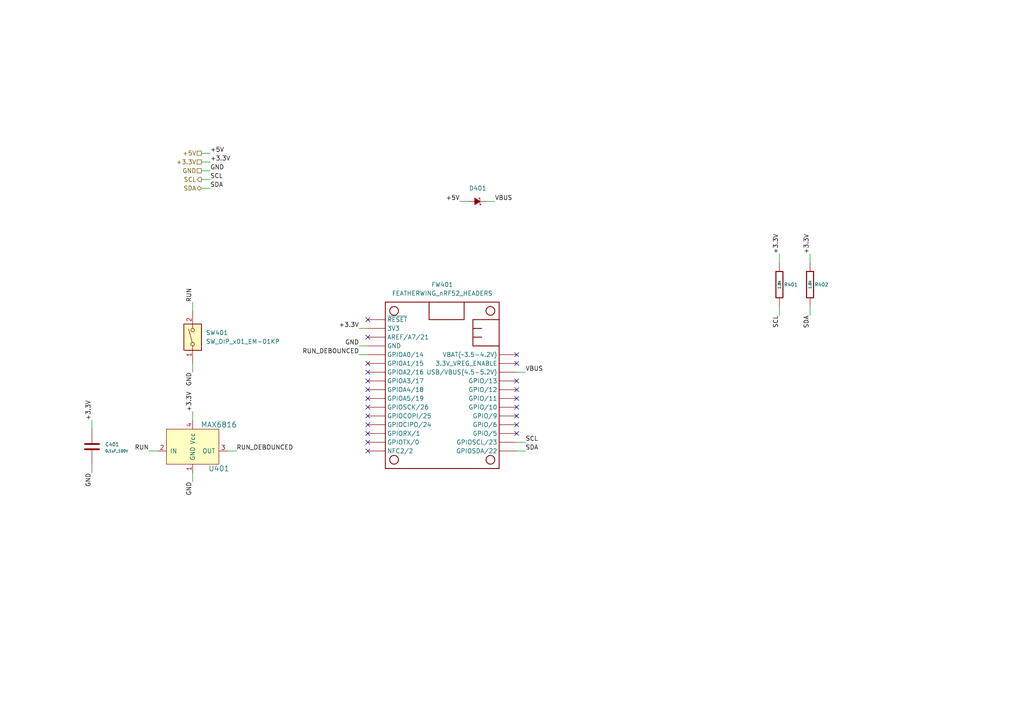
<source format=kicad_sch>
(kicad_sch (version 20230121) (generator eeschema)
  (paper "A4")
  (title_block (title "thruster-pcb") (date "2025-02-19") (rev "1.0") (company "Mechatronic Magic"))
  (lib_symbols
    (symbol "Janelia:C_0.1uF_100V_0402" (pin_numbers hide) (pin_names (offset 0.254))
      (property "Reference" "C" (at 0 2.54 0))
      (property "Value" "0.1uF_100V" (at 0 0 0))
      (symbol "C_0.1uF_100V_0402_0_1"
        (polyline (pts (xy -2.032 -0.762) (xy 2.032 -0.762)) (stroke (width 0.508)))
        (polyline (pts (xy -2.032 0.762) (xy 2.032 0.762)) (stroke (width 0.508)))
      )
      (symbol "C_0.1uF_100V_0402_1_1"
        (pin passive line (at 0 5.08 270) (length 4.318) (name "~") (number "1"))
        (pin passive line (at 0 -5.08 90) (length 4.318) (name "~") (number "2"))
      )
    )
    (symbol "Janelia:D_SCHOTTKY_20V_1A" (pin_numbers hide) (pin_names (offset 0.254) hide)
      (property "Reference" "D" (at -1.27 2.032 0))
      (symbol "D_SCHOTTKY_20V_1A_0_1"
        (polyline (pts (xy -0.762 -1.016) (xy -0.762 1.016)))
        (polyline (pts (xy -0.762 -1.016) (xy -0.508 -1.016) (xy -0.508 -0.762)))
        (polyline (pts (xy -0.762 1.016) (xy -1.016 1.016) (xy -1.016 0.762)))
        (polyline (pts (xy 0.762 -1.016) (xy -0.762 0) (xy 0.762 1.016) (xy 0.762 -1.016)) (fill (type outline)))
      )
      (symbol "D_SCHOTTKY_20V_1A_1_1"
        (pin passive line (at -2.54 0 0) (length 1.778) (name "K") (number "1"))
        (pin passive line (at 2.54 0 180) (length 1.778) (name "A") (number "2"))
      )
    )
    (symbol "Janelia:FEATHERWING_nRF52_HEADERS" (in_bom no)
      (property "Reference" "FW" (at 13.97 25.4 0))
      (property "Value" "FEATHERWING_nRF52_HEADERS" (at 0 -25.4 0))
      (symbol "FEATHERWING_nRF52_HEADERS_1_0"
        (circle (center -13.97 -21.59) (radius 1.27) (stroke (width 0.254)))
        (circle (center -13.97 21.59) (radius 1.27) (stroke (width 0.254)))
        (polyline (pts (xy -16.51 -24.13) (xy 16.51 -24.13)) (stroke (width 0.254)))
        (polyline (pts (xy -16.51 24.13) (xy -16.51 -24.13)) (stroke (width 0.254)))
        (polyline (pts (xy -3.81 19.05) (xy -3.81 24.13)) (stroke (width 0.254)))
        (polyline (pts (xy -3.81 24.13) (xy -16.51 24.13)) (stroke (width 0.254)))
        (polyline (pts (xy 6.35 19.05) (xy -3.81 19.05)) (stroke (width 0.254)))
        (polyline (pts (xy 6.35 24.13) (xy -3.81 24.13)) (stroke (width 0.254)))
        (polyline (pts (xy 6.35 24.13) (xy 6.35 19.05)) (stroke (width 0.254)))
        (polyline (pts (xy 8.89 11.43) (xy 16.51 11.43)) (stroke (width 0.254)))
        (polyline (pts (xy 8.89 13.97) (xy 8.89 11.43)) (stroke (width 0.254)))
        (polyline (pts (xy 8.89 16.51) (xy 8.89 13.97)) (stroke (width 0.254)))
        (polyline (pts (xy 8.89 19.05) (xy 8.89 16.51)) (stroke (width 0.254)))
        (polyline (pts (xy 11.43 13.97) (xy 8.89 13.97)) (stroke (width 0.254)))
        (polyline (pts (xy 11.43 16.51) (xy 8.89 16.51)) (stroke (width 0.254)))
        (polyline (pts (xy 16.51 -24.13) (xy 16.51 11.43)) (stroke (width 0.254)))
        (polyline (pts (xy 16.51 11.43) (xy 16.51 19.05)) (stroke (width 0.254)))
        (polyline (pts (xy 16.51 19.05) (xy 8.89 19.05)) (stroke (width 0.254)))
        (polyline (pts (xy 16.51 19.05) (xy 16.51 24.13)) (stroke (width 0.254)))
        (polyline (pts (xy 16.51 24.13) (xy 6.35 24.13)) (stroke (width 0.254)))
        (circle (center 13.97 -21.59) (radius 1.27) (stroke (width 0.254)))
        (circle (center 13.97 21.59) (radius 1.27) (stroke (width 0.254)))
        (pin input line (at -21.59 19.05 0) (length 5.08) (name "~{RESET}") (number "1"))
        (pin passive line (at -21.59 -3.81 0) (length 5.08) (name "GPIOA5/19") (number "10"))
        (pin bidirectional line (at -21.59 -6.35 0) (length 5.08) (name "GPIOSCK/26") (number "11"))
        (pin bidirectional line (at -21.59 -8.89 0) (length 5.08) (name "GPIOCOPI/25") (number "12"))
        (pin bidirectional line (at -21.59 -11.43 0) (length 5.08) (name "GPIOCIPO/24") (number "13"))
        (pin bidirectional line (at -21.59 -13.97 0) (length 5.08) (name "GPIORX/1") (number "14"))
        (pin bidirectional line (at -21.59 -16.51 0) (length 5.08) (name "GPIOTX/0") (number "15"))
        (pin bidirectional line (at -21.59 -19.05 0) (length 5.08) (name "NFC2/2") (number "16"))
        (pin bidirectional line (at 21.59 -19.05 180) (length 5.08) (name "GPIOSDA/22") (number "17"))
        (pin bidirectional line (at 21.59 -16.51 180) (length 5.08) (name "GPIOSCL/23") (number "18"))
        (pin bidirectional line (at 21.59 -13.97 180) (length 5.08) (name "GPIO/5") (number "19"))
        (pin power_out line (at -21.59 16.51 0) (length 5.08) (name "3V3") (number "2"))
        (pin bidirectional line (at 21.59 -11.43 180) (length 5.08) (name "GPIO/6") (number "20"))
        (pin bidirectional line (at 21.59 -8.89 180) (length 5.08) (name "GPIO/9") (number "21"))
        (pin bidirectional line (at 21.59 -6.35 180) (length 5.08) (name "GPIO/10") (number "22"))
        (pin bidirectional line (at 21.59 -3.81 180) (length 5.08) (name "GPIO/11") (number "23"))
        (pin bidirectional line (at 21.59 -1.27 180) (length 5.08) (name "GPIO/12") (number "24"))
        (pin bidirectional line (at 21.59 1.27 180) (length 5.08) (name "GPIO/13") (number "25"))
        (pin power_out line (at 21.59 3.81 180) (length 5.08) (name "USB/VBUS(4.5-5.2V)") (number "26"))
        (pin input line (at 21.59 6.35 180) (length 5.08) (name "3.3V_VREG_ENABLE") (number "27"))
        (pin power_out line (at 21.59 8.89 180) (length 5.08) (name "VBAT(~3.5-4.2V)") (number "28"))
        (pin passive line (at -21.59 13.97 0) (length 5.08) (name "AREF/A7/21") (number "3"))
        (pin power_out line (at -21.59 11.43 0) (length 5.08) (name "GND") (number "4"))
        (pin passive line (at -21.59 8.89 0) (length 5.08) (name "GPIOA0/14") (number "5"))
        (pin passive line (at -21.59 6.35 0) (length 5.08) (name "GPIOA1/15") (number "6"))
        (pin passive line (at -21.59 3.81 0) (length 5.08) (name "GPIOA2/16") (number "7"))
        (pin passive line (at -21.59 1.27 0) (length 5.08) (name "GPIOA3/17") (number "8"))
        (pin passive line (at -21.59 -1.27 0) (length 5.08) (name "GPIOA4/18") (number "9"))
      )
    )
    (symbol "Janelia:MAX6816" (pin_names (offset 1.016))
      (property "Reference" "U" (at 7.62 -6.35 0))
      (property "Value" "MAX6816" (at 7.62 6.35 0))
      (symbol "MAX6816_1_1"
        (rectangle (start -7.62 5.08) (end 7.62 -5.08) (fill (type background)))
        (pin power_in line (at 0 -7.62 90) (length 2.54) (name "GND") (number "1"))
        (pin passive line (at -10.16 -1.27 0) (length 2.54) (name "IN") (number "2"))
        (pin output line (at 10.16 -1.27 180) (length 2.54) (name "OUT") (number "3"))
        (pin power_in line (at 0 7.62 270) (length 2.54) (name "Vcc") (number "4"))
      )
    )
    (symbol "Janelia:R_1.8k_0402" (pin_numbers hide) (pin_names (offset 0))
      (property "Reference" "R" (at 2.032 0 90))
      (property "Value" "1.8k" (at 0 0 90))
      (symbol "R_1.8k_0402_0_1"
        (rectangle (start -1.016 3.81) (end 1.016 -3.81) (stroke (width 0.3048)))
      )
      (symbol "R_1.8k_0402_1_1"
        (pin passive line (at 0 6.35 270) (length 2.54) (name "~") (number "1"))
        (pin passive line (at 0 -6.35 90) (length 2.54) (name "~") (number "2"))
      )
    )
    (symbol "Janelia:SW_DIP_x01_EM-01KP" (pin_names (offset 0) hide)
      (property "Reference" "SW" (at 0 3.81 0))
      (property "Value" "SW_DIP_x01_EM-01KP" (at 0 -3.81 0))
      (symbol "SW_DIP_x01_EM-01KP_0_0"
        (circle (center -2.032 0) (radius 0.508))
        (polyline (pts (xy -1.524 0.127) (xy 2.3622 1.1684)))
        (circle (center 2.032 0) (radius 0.508))
      )
      (symbol "SW_DIP_x01_EM-01KP_0_1"
        (rectangle (start -3.81 2.54) (end 3.81 -2.54) (stroke (width 0.254)) (fill (type background)))
      )
      (symbol "SW_DIP_x01_EM-01KP_1_1"
        (pin passive line (at -7.62 0 0) (length 5.08) (name "~") (number "1"))
        (pin passive line (at 7.62 0 180) (length 5.08) (name "~") (number "2"))
      )
    )
  )
  (no_connect (at 106.68 125.73))
  (no_connect (at 149.86 105.41))
  (no_connect (at 106.68 123.19))
  (no_connect (at 106.68 107.95))
  (no_connect (at 106.68 120.65))
  (no_connect (at 106.68 97.79))
  (no_connect (at 106.68 110.49))
  (no_connect (at 149.86 110.49))
  (no_connect (at 106.68 113.03))
  (no_connect (at 106.68 105.41))
  (no_connect (at 106.68 115.57))
  (no_connect (at 149.86 115.57))
  (no_connect (at 149.86 120.65))
  (no_connect (at 149.86 113.03))
  (no_connect (at 149.86 123.19))
  (no_connect (at 106.68 92.71))
  (no_connect (at 149.86 102.87))
  (no_connect (at 149.86 118.11))
  (no_connect (at 106.68 130.81))
  (no_connect (at 106.68 128.27))
  (no_connect (at 149.86 125.73))
  (no_connect (at 106.68 118.11))
  (wire (pts (xy 226.06 88.9) (xy 226.06 91.44)))
  (wire (pts (xy 226.06 76.2) (xy 226.06 73.66)))
  (wire (pts (xy 26.67 134.62) (xy 26.67 137.16)))
  (wire (pts (xy 55.88 121.92) (xy 55.88 119.38)))
  (wire (pts (xy 149.86 130.81) (xy 152.4 130.81)))
  (wire (pts (xy 58.42 46.99) (xy 60.96 46.99)))
  (wire (pts (xy 58.42 54.61) (xy 60.96 54.61)))
  (wire (pts (xy 26.67 124.46) (xy 26.67 121.92)))
  (wire (pts (xy 106.68 95.25) (xy 104.14 95.25)))
  (wire (pts (xy 55.88 105.41) (xy 55.88 107.95)))
  (wire (pts (xy 58.42 49.53) (xy 60.96 49.53)))
  (wire (pts (xy 106.68 100.33) (xy 104.14 100.33)))
  (wire (pts (xy 66.04 130.81) (xy 68.58 130.81)))
  (wire (pts (xy 234.95 88.9) (xy 234.95 91.44)))
  (wire (pts (xy 58.42 52.07) (xy 60.96 52.07)))
  (wire (pts (xy 140.97 58.42) (xy 143.51 58.42)))
  (wire (pts (xy 106.68 102.87) (xy 104.14 102.87)))
  (wire (pts (xy 135.89 58.42) (xy 133.35 58.42)))
  (wire (pts (xy 58.42 44.45) (xy 60.96 44.45)))
  (wire (pts (xy 149.86 128.27) (xy 152.4 128.27)))
  (wire (pts (xy 149.86 107.95) (xy 152.4 107.95)))
  (wire (pts (xy 55.88 90.17) (xy 55.88 87.63)))
  (wire (pts (xy 234.95 76.2) (xy 234.95 73.66)))
  (wire (pts (xy 45.72 130.81) (xy 43.18 130.81)))
  (wire (pts (xy 55.88 137.16) (xy 55.88 139.7)))
  (label "+3.3V" (at 60.96 46.99 0))
  (label "+3.3V" (at 104.14 95.25 180))
  (label "GND" (at 55.88 107.95 270))
  (label "+3.3V" (at 55.88 119.38 90))
  (label "+5V" (at 133.35 58.42 180))
  (label "GND" (at 26.67 137.16 270))
  (label "+3.3V" (at 226.06 73.66 90))
  (label "SDA" (at 234.95 91.44 270))
  (label "+3.3V" (at 26.67 121.92 90))
  (label "RUN" (at 43.18 130.81 180))
  (label "SCL" (at 152.4 128.27 0))
  (label "VBUS" (at 152.4 107.95 0))
  (label "RUN_DEBOUNCED" (at 104.14 102.87 180))
  (label "RUN" (at 55.88 87.63 90))
  (label "SDA" (at 60.96 54.61 0))
  (label "SDA" (at 152.4 130.81 0))
  (label "VBUS" (at 143.51 58.42 0))
  (label "+5V" (at 60.96 44.45 0))
  (label "GND" (at 55.88 139.7 270))
  (label "GND" (at 60.96 49.53 0))
  (label "SCL" (at 60.96 52.07 0))
  (label "RUN_DEBOUNCED" (at 68.58 130.81 0))
  (label "SCL" (at 226.06 91.44 270))
  (label "+3.3V" (at 234.95 73.66 90))
  (label "GND" (at 104.14 100.33 180))
  (hierarchical_label "+5V" (shape passive) (at 58.42 44.45 180))
  (hierarchical_label "GND" (shape passive) (at 58.42 49.53 180))
  (hierarchical_label "SDA" (shape bidirectional) (at 58.42 54.61 180))
  (hierarchical_label "SCL" (shape output) (at 58.42 52.07 180))
  (hierarchical_label "+3.3V" (shape passive) (at 58.42 46.99 180))
  (symbol (lib_id "Janelia:R_1.8k_0402") (at 234.95 82.55 0) (unit 1)
    (property "Reference" "R402" (at 236.22 82.55 0) (effects (font (size 1.016 1.016)) (justify left)))
    (property "Value" "1.8k" (at 234.95 82.55 90) (effects (font (size 0.762 0.762))))
    (property "Footprint" "Janelia:R_0402_1005Metric" (effects hide))
    (property "Vendor" "JLCPCB" (effects hide))
    (property "Vendor Part Number" "C409855" (effects hide))
    (property "Synopsis" "RES SMD 1.8K OHM 5% 100mW" (effects hide))
    (property "Package" "0402" (effects hide))
    (property "Manufacturer" "PANASONIC" (effects hide))
    (property "Manufacturer Part Number" "ERJ2GEJ182X" (effects hide))
    (property "LCSC" "C409855" (effects hide))
  )
  (symbol (lib_id "Janelia:SW_DIP_x01_EM-01KP") (at 55.88 97.79 90) (unit 1)
    (property "Reference" "SW401" (at 59.69 96.52 90) (effects (justify right)))
    (property "Value" "SW_DIP_x01_EM-01KP" (at 59.69 99.06 90) (effects (justify right)))
    (property "Footprint" "Janelia:SW_SPST_EM-01KP" (effects hide))
    (property "Synopsis" "1 Digit SPST 24V 25mA DIP" (effects hide))
    (property "Manufacturer" "Korean Hroparts Elec" (effects hide))
    (property "Manufacturer Part Number" "EM-01KP" (effects hide))
    (property "LCSC" "C129077" (effects hide))
    (property "Vendor" "jlcpcb" (effects hide))
    (property "Vendor Part Number" "C129077" (effects hide))
    (property "Package" "SMD,2.5x6mm" (effects hide))
  )
  (symbol (lib_id "Janelia:D_SCHOTTKY_20V_1A") (at 138.43 58.42 180) (unit 1)
    (property "Reference" "D401" (at 138.557 54.61 0))
    (property "Value" "D_SCHOTTKY_20V_1A" (effects hide))
    (property "Footprint" "Janelia:SOD-123FL" (effects hide))
    (property "Vendor" "Digi-Key" (effects hide))
    (property "Vendor Part Number" "MBR120VLSFT1GOSCT-ND" (effects hide))
    (property "Synopsis" "DIODE SCHOTTKY 20V 1A" (effects hide))
    (property "Manufacturer" "onsemi" (effects hide))
    (property "Manufacturer Part Number" "MBR120VLSFT1G" (effects hide))
    (property "Package" "SOD-123FL" (effects hide))
    (property "Sim.Enable" "0" (effects hide))
    (property "LCSC" "C223608" (effects hide))
  )
  (symbol (lib_id "Janelia:FEATHERWING_nRF52_HEADERS") (at 128.27 111.76 0) (unit 1) (in_bom no)
    (property "Reference" "FW401" (at 128.27 82.55 0))
    (property "Value" "FEATHERWING_nRF52_HEADERS" (at 128.27 85.09 0))
    (property "Footprint" "Janelia:FEATHERWING_HEADERS" (effects hide))
    (property "Vendor" "Digi-Key" (effects hide))
    (property "Vendor Part Number" "1528-2828-ND" (effects hide))
    (property "Synopsis" "ADAFRUIT FEATHER NRF52840 EXPRESS" (effects hide))
    (property "Manufacturer" "Adafruit Industries LLC" (effects hide))
    (property "Manufacturer Part Number" "4062" (effects hide))
    (property "Sim.Enable" "0" (effects hide))
  )
  (symbol (lib_id "Janelia:C_0.1uF_100V_0402") (at 26.67 129.54 0) (unit 1)
    (property "Reference" "C401" (at 30.48 128.905 0) (effects (font (size 1.016 1.016)) (justify left)))
    (property "Value" "0.1uF_100V" (at 30.48 130.8099 0) (effects (font (size 0.762 0.762)) (justify left)))
    (property "Footprint" "Janelia:C_0402_1005Metric" (effects hide))
    (property "Vendor" "Digi-Key" (effects hide))
    (property "Vendor Part Number" "490-10458-1-ND" (effects hide))
    (property "Manufacturer" "Murata Electronics" (effects hide))
    (property "Manufacturer Part Number" "GRM155R62A104KE14D" (effects hide))
    (property "Package" "0402" (effects hide))
    (property "Synopsis" "CAP CER 0.1UF 100V X5R" (effects hide))
    (property "LCSC" "C162178" (effects hide))
  )
  (symbol (lib_id "Janelia:MAX6816") (at 55.88 129.54 0) (unit 1)
    (property "Reference" "U401" (at 63.5 135.89 0) (effects (font (size 1.524 1.524))))
    (property "Value" "MAX6816" (at 63.5 123.19 0) (effects (font (size 1.524 1.524))))
    (property "Footprint" "Janelia:SOT192P237X122-4N" (effects hide))
    (property "Package" "SOT-143" (effects hide))
    (property "Manufacturer" "Analog Devices Inc./Maxim Integrated" (effects hide))
    (property "Manufacturer Part Number" "MAX6816EUS+T" (effects hide))
    (property "Vendor" "Digi-Key" (effects hide))
    (property "Vendor Part Number" "MAX6816EUS+TCT-ND" (effects hide))
    (property "Sim.Enable" "0" (effects hide))
    (property "Synopsis" "IC SWITCH DEBOUNCER" (effects hide))
    (property "LCSC" "C41637" (effects hide))
  )
  (symbol (lib_id "Janelia:R_1.8k_0402") (at 226.06 82.55 0) (unit 1)
    (property "Reference" "R401" (at 227.33 82.55 0) (effects (font (size 1.016 1.016)) (justify left)))
    (property "Value" "1.8k" (at 226.06 82.55 90) (effects (font (size 0.762 0.762))))
    (property "Footprint" "Janelia:R_0402_1005Metric" (effects hide))
    (property "Vendor" "JLCPCB" (effects hide))
    (property "Vendor Part Number" "C409855" (effects hide))
    (property "Synopsis" "RES SMD 1.8K OHM 5% 100mW" (effects hide))
    (property "Package" "0402" (effects hide))
    (property "Manufacturer" "PANASONIC" (effects hide))
    (property "Manufacturer Part Number" "ERJ2GEJ182X" (effects hide))
    (property "LCSC" "C409855" (effects hide))
  )
)
</source>
